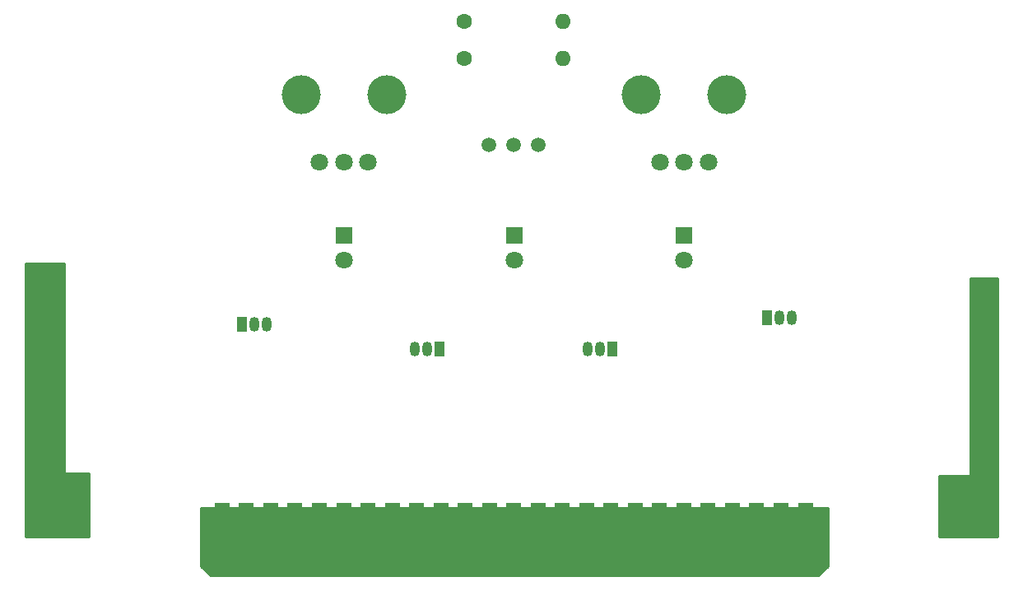
<source format=gbr>
G04 #@! TF.GenerationSoftware,KiCad,Pcbnew,(5.1.7)-1*
G04 #@! TF.CreationDate,2021-08-29T20:02:24-05:00*
G04 #@! TF.ProjectId,ConsolePedalShakeSMT,436f6e73-6f6c-4655-9065-64616c536861,rev?*
G04 #@! TF.SameCoordinates,Original*
G04 #@! TF.FileFunction,Soldermask,Bot*
G04 #@! TF.FilePolarity,Negative*
%FSLAX46Y46*%
G04 Gerber Fmt 4.6, Leading zero omitted, Abs format (unit mm)*
G04 Created by KiCad (PCBNEW (5.1.7)-1) date 2021-08-29 20:02:24*
%MOMM*%
%LPD*%
G01*
G04 APERTURE LIST*
%ADD10C,1.500000*%
%ADD11R,1.800000X1.800000*%
%ADD12C,1.800000*%
%ADD13R,1.500000X7.000000*%
%ADD14C,5.000000*%
%ADD15C,1.600000*%
%ADD16O,1.600000X1.600000*%
%ADD17R,1.050000X1.500000*%
%ADD18O,1.050000X1.500000*%
%ADD19C,4.000000*%
%ADD20C,0.254000*%
%ADD21C,0.100000*%
G04 APERTURE END LIST*
D10*
G04 #@! TO.C,SW1*
X135255000Y-85725000D03*
X130175000Y-85725000D03*
X132715000Y-85725000D03*
G04 #@! TD*
D11*
G04 #@! TO.C,D1*
X115250000Y-95000000D03*
D12*
X115250000Y-97540000D03*
G04 #@! TD*
G04 #@! TO.C,D2*
X150250000Y-97540000D03*
D11*
X150250000Y-95000000D03*
G04 #@! TD*
D13*
G04 #@! TO.C,J1*
X102715000Y-126000000D03*
X105215000Y-126000000D03*
X107715000Y-126000000D03*
X110215000Y-126000000D03*
X112715000Y-126000000D03*
X115215000Y-126000000D03*
X117715000Y-126000000D03*
X120215000Y-126000000D03*
X122715000Y-126000000D03*
X125215000Y-126000000D03*
X127715000Y-126000000D03*
X130215000Y-126000000D03*
X132715000Y-126000000D03*
X135215000Y-126000000D03*
X137715000Y-126000000D03*
X140215000Y-126000000D03*
X142715000Y-126000000D03*
X145215000Y-126000000D03*
X147715000Y-126000000D03*
X150215000Y-126000000D03*
X152715000Y-126000000D03*
X155215000Y-126000000D03*
X157715000Y-126000000D03*
X160215000Y-126000000D03*
X162715000Y-126000000D03*
G04 #@! TD*
D14*
G04 #@! TO.C,H1*
X85350000Y-122600000D03*
G04 #@! TD*
G04 #@! TO.C,H2*
X180150000Y-122600000D03*
G04 #@! TD*
D15*
G04 #@! TO.C,R20*
X127635000Y-76835000D03*
D16*
X137795000Y-76835000D03*
G04 #@! TD*
D11*
G04 #@! TO.C,D3*
X132750000Y-95000000D03*
D12*
X132750000Y-97540000D03*
G04 #@! TD*
D17*
G04 #@! TO.C,Q1*
X125095000Y-106680000D03*
D18*
X122555000Y-106680000D03*
X123825000Y-106680000D03*
G04 #@! TD*
D17*
G04 #@! TO.C,Q2*
X104775000Y-104140000D03*
D18*
X107315000Y-104140000D03*
X106045000Y-104140000D03*
G04 #@! TD*
G04 #@! TO.C,Q3*
X141605000Y-106680000D03*
X140335000Y-106680000D03*
D17*
X142875000Y-106680000D03*
G04 #@! TD*
D18*
G04 #@! TO.C,Q4*
X160020000Y-103505000D03*
X161290000Y-103505000D03*
D17*
X158750000Y-103505000D03*
G04 #@! TD*
D15*
G04 #@! TO.C,R19*
X127635000Y-73025000D03*
D16*
X137795000Y-73025000D03*
G04 #@! TD*
D19*
G04 #@! TO.C,RV1*
X119650000Y-80500000D03*
X110850000Y-80500000D03*
D12*
X117750000Y-87500000D03*
X115250000Y-87500000D03*
X112750000Y-87500000D03*
G04 #@! TD*
G04 #@! TO.C,RV2*
X147750000Y-87500000D03*
X150250000Y-87500000D03*
X152750000Y-87500000D03*
D19*
X145850000Y-80500000D03*
X154650000Y-80500000D03*
G04 #@! TD*
D20*
X165000000Y-129000000D02*
X164000000Y-130000000D01*
X101500000Y-130000000D01*
X100500000Y-129000000D01*
X100500000Y-123063000D01*
X165000000Y-123063000D01*
X165000000Y-129000000D01*
D21*
G36*
X165000000Y-129000000D02*
G01*
X164000000Y-130000000D01*
X101500000Y-130000000D01*
X100500000Y-129000000D01*
X100500000Y-123063000D01*
X165000000Y-123063000D01*
X165000000Y-129000000D01*
G37*
D20*
X86487000Y-119380000D02*
X86489440Y-119404776D01*
X86496667Y-119428601D01*
X86508403Y-119450557D01*
X86524197Y-119469803D01*
X86543443Y-119485597D01*
X86565399Y-119497333D01*
X86589224Y-119504560D01*
X86614000Y-119507000D01*
X89000000Y-119507000D01*
X89000000Y-126000000D01*
X82500000Y-126000000D01*
X82500000Y-97917000D01*
X86487000Y-97917000D01*
X86487000Y-119380000D01*
D21*
G36*
X86487000Y-119380000D02*
G01*
X86489440Y-119404776D01*
X86496667Y-119428601D01*
X86508403Y-119450557D01*
X86524197Y-119469803D01*
X86543443Y-119485597D01*
X86565399Y-119497333D01*
X86589224Y-119504560D01*
X86614000Y-119507000D01*
X89000000Y-119507000D01*
X89000000Y-126000000D01*
X82500000Y-126000000D01*
X82500000Y-97917000D01*
X86487000Y-97917000D01*
X86487000Y-119380000D01*
G37*
D20*
X182499000Y-126000000D02*
X176500000Y-126000000D01*
X176500000Y-119761000D01*
X179578000Y-119761000D01*
X179602776Y-119758560D01*
X179626601Y-119751333D01*
X179648557Y-119739597D01*
X179667803Y-119723803D01*
X179683597Y-119704557D01*
X179695333Y-119682601D01*
X179702560Y-119658776D01*
X179705000Y-119634000D01*
X179705000Y-99441000D01*
X182499000Y-99441000D01*
X182499000Y-126000000D01*
D21*
G36*
X182499000Y-126000000D02*
G01*
X176500000Y-126000000D01*
X176500000Y-119761000D01*
X179578000Y-119761000D01*
X179602776Y-119758560D01*
X179626601Y-119751333D01*
X179648557Y-119739597D01*
X179667803Y-119723803D01*
X179683597Y-119704557D01*
X179695333Y-119682601D01*
X179702560Y-119658776D01*
X179705000Y-119634000D01*
X179705000Y-99441000D01*
X182499000Y-99441000D01*
X182499000Y-126000000D01*
G37*
M02*

</source>
